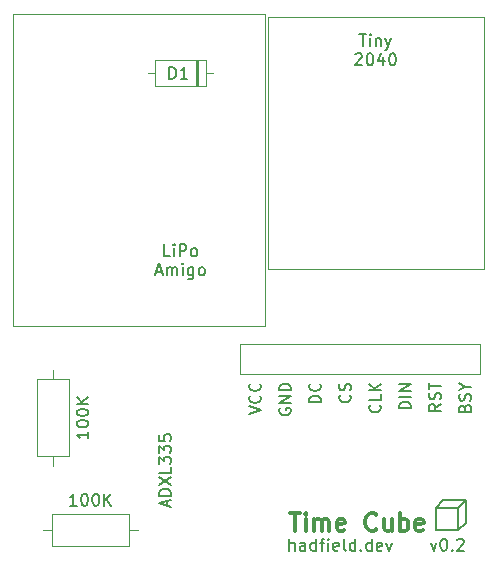
<source format=gbr>
%TF.GenerationSoftware,KiCad,Pcbnew,6.0.2+dfsg-1*%
%TF.CreationDate,2022-08-07T15:37:48+10:00*%
%TF.ProjectId,pcb,7063622e-6b69-4636-9164-5f7063625858,rev?*%
%TF.SameCoordinates,Original*%
%TF.FileFunction,Legend,Top*%
%TF.FilePolarity,Positive*%
%FSLAX46Y46*%
G04 Gerber Fmt 4.6, Leading zero omitted, Abs format (unit mm)*
G04 Created by KiCad (PCBNEW 6.0.2+dfsg-1) date 2022-08-07 15:37:48*
%MOMM*%
%LPD*%
G01*
G04 APERTURE LIST*
%ADD10C,0.200000*%
%ADD11C,0.150000*%
%ADD12C,0.300000*%
%ADD13C,0.120000*%
G04 APERTURE END LIST*
D10*
X138430000Y-113030000D02*
X137795000Y-113665000D01*
X138430000Y-111125000D02*
X138430000Y-113030000D01*
X137795000Y-111760000D02*
X138430000Y-111125000D01*
X136525000Y-111125000D02*
X138430000Y-111125000D01*
X135890000Y-111760000D02*
X136525000Y-111125000D01*
X135890000Y-113665000D02*
X137795000Y-113665000D01*
X137795000Y-113665000D02*
X137795000Y-111760000D01*
X137795000Y-111760000D02*
X135890000Y-111760000D01*
X135890000Y-111760000D02*
X135890000Y-113665000D01*
D11*
X122690000Y-103348214D02*
X122642380Y-103443452D01*
X122642380Y-103586309D01*
X122690000Y-103729166D01*
X122785238Y-103824404D01*
X122880476Y-103872023D01*
X123070952Y-103919642D01*
X123213809Y-103919642D01*
X123404285Y-103872023D01*
X123499523Y-103824404D01*
X123594761Y-103729166D01*
X123642380Y-103586309D01*
X123642380Y-103491071D01*
X123594761Y-103348214D01*
X123547142Y-103300595D01*
X123213809Y-103300595D01*
X123213809Y-103491071D01*
X123642380Y-102872023D02*
X122642380Y-102872023D01*
X123642380Y-102300595D01*
X122642380Y-102300595D01*
X123642380Y-101824404D02*
X122642380Y-101824404D01*
X122642380Y-101586309D01*
X122690000Y-101443452D01*
X122785238Y-101348214D01*
X122880476Y-101300595D01*
X123070952Y-101252976D01*
X123213809Y-101252976D01*
X123404285Y-101300595D01*
X123499523Y-101348214D01*
X123594761Y-101443452D01*
X123642380Y-101586309D01*
X123642380Y-101824404D01*
X131167142Y-103062500D02*
X131214761Y-103110119D01*
X131262380Y-103252976D01*
X131262380Y-103348214D01*
X131214761Y-103491071D01*
X131119523Y-103586309D01*
X131024285Y-103633928D01*
X130833809Y-103681547D01*
X130690952Y-103681547D01*
X130500476Y-103633928D01*
X130405238Y-103586309D01*
X130310000Y-103491071D01*
X130262380Y-103348214D01*
X130262380Y-103252976D01*
X130310000Y-103110119D01*
X130357619Y-103062500D01*
X131262380Y-102157738D02*
X131262380Y-102633928D01*
X130262380Y-102633928D01*
X131262380Y-101824404D02*
X130262380Y-101824404D01*
X131262380Y-101252976D02*
X130690952Y-101681547D01*
X130262380Y-101252976D02*
X130833809Y-101824404D01*
X113196666Y-111632619D02*
X113196666Y-111156428D01*
X113482380Y-111727857D02*
X112482380Y-111394523D01*
X113482380Y-111061190D01*
X113482380Y-110727857D02*
X112482380Y-110727857D01*
X112482380Y-110489761D01*
X112530000Y-110346904D01*
X112625238Y-110251666D01*
X112720476Y-110204047D01*
X112910952Y-110156428D01*
X113053809Y-110156428D01*
X113244285Y-110204047D01*
X113339523Y-110251666D01*
X113434761Y-110346904D01*
X113482380Y-110489761D01*
X113482380Y-110727857D01*
X112482380Y-109823095D02*
X113482380Y-109156428D01*
X112482380Y-109156428D02*
X113482380Y-109823095D01*
X113482380Y-108299285D02*
X113482380Y-108775476D01*
X112482380Y-108775476D01*
X112482380Y-108061190D02*
X112482380Y-107442142D01*
X112863333Y-107775476D01*
X112863333Y-107632619D01*
X112910952Y-107537380D01*
X112958571Y-107489761D01*
X113053809Y-107442142D01*
X113291904Y-107442142D01*
X113387142Y-107489761D01*
X113434761Y-107537380D01*
X113482380Y-107632619D01*
X113482380Y-107918333D01*
X113434761Y-108013571D01*
X113387142Y-108061190D01*
X112482380Y-107108809D02*
X112482380Y-106489761D01*
X112863333Y-106823095D01*
X112863333Y-106680238D01*
X112910952Y-106585000D01*
X112958571Y-106537380D01*
X113053809Y-106489761D01*
X113291904Y-106489761D01*
X113387142Y-106537380D01*
X113434761Y-106585000D01*
X113482380Y-106680238D01*
X113482380Y-106965952D01*
X113434761Y-107061190D01*
X113387142Y-107108809D01*
X112482380Y-105585000D02*
X112482380Y-106061190D01*
X112958571Y-106108809D01*
X112910952Y-106061190D01*
X112863333Y-105965952D01*
X112863333Y-105727857D01*
X112910952Y-105632619D01*
X112958571Y-105585000D01*
X113053809Y-105537380D01*
X113291904Y-105537380D01*
X113387142Y-105585000D01*
X113434761Y-105632619D01*
X113482380Y-105727857D01*
X113482380Y-105965952D01*
X113434761Y-106061190D01*
X113387142Y-106108809D01*
X129452857Y-71672380D02*
X130024285Y-71672380D01*
X129738571Y-72672380D02*
X129738571Y-71672380D01*
X130357619Y-72672380D02*
X130357619Y-72005714D01*
X130357619Y-71672380D02*
X130310000Y-71720000D01*
X130357619Y-71767619D01*
X130405238Y-71720000D01*
X130357619Y-71672380D01*
X130357619Y-71767619D01*
X130833809Y-72005714D02*
X130833809Y-72672380D01*
X130833809Y-72100952D02*
X130881428Y-72053333D01*
X130976666Y-72005714D01*
X131119523Y-72005714D01*
X131214761Y-72053333D01*
X131262380Y-72148571D01*
X131262380Y-72672380D01*
X131643333Y-72005714D02*
X131881428Y-72672380D01*
X132119523Y-72005714D02*
X131881428Y-72672380D01*
X131786190Y-72910476D01*
X131738571Y-72958095D01*
X131643333Y-73005714D01*
X129095714Y-73377619D02*
X129143333Y-73330000D01*
X129238571Y-73282380D01*
X129476666Y-73282380D01*
X129571904Y-73330000D01*
X129619523Y-73377619D01*
X129667142Y-73472857D01*
X129667142Y-73568095D01*
X129619523Y-73710952D01*
X129048095Y-74282380D01*
X129667142Y-74282380D01*
X130286190Y-73282380D02*
X130381428Y-73282380D01*
X130476666Y-73330000D01*
X130524285Y-73377619D01*
X130571904Y-73472857D01*
X130619523Y-73663333D01*
X130619523Y-73901428D01*
X130571904Y-74091904D01*
X130524285Y-74187142D01*
X130476666Y-74234761D01*
X130381428Y-74282380D01*
X130286190Y-74282380D01*
X130190952Y-74234761D01*
X130143333Y-74187142D01*
X130095714Y-74091904D01*
X130048095Y-73901428D01*
X130048095Y-73663333D01*
X130095714Y-73472857D01*
X130143333Y-73377619D01*
X130190952Y-73330000D01*
X130286190Y-73282380D01*
X131476666Y-73615714D02*
X131476666Y-74282380D01*
X131238571Y-73234761D02*
X131000476Y-73949047D01*
X131619523Y-73949047D01*
X132190952Y-73282380D02*
X132286190Y-73282380D01*
X132381428Y-73330000D01*
X132429047Y-73377619D01*
X132476666Y-73472857D01*
X132524285Y-73663333D01*
X132524285Y-73901428D01*
X132476666Y-74091904D01*
X132429047Y-74187142D01*
X132381428Y-74234761D01*
X132286190Y-74282380D01*
X132190952Y-74282380D01*
X132095714Y-74234761D01*
X132048095Y-74187142D01*
X132000476Y-74091904D01*
X131952857Y-73901428D01*
X131952857Y-73663333D01*
X132000476Y-73472857D01*
X132048095Y-73377619D01*
X132095714Y-73330000D01*
X132190952Y-73282380D01*
X135495357Y-114720714D02*
X135733452Y-115387380D01*
X135971547Y-114720714D01*
X136542976Y-114387380D02*
X136638214Y-114387380D01*
X136733452Y-114435000D01*
X136781071Y-114482619D01*
X136828690Y-114577857D01*
X136876309Y-114768333D01*
X136876309Y-115006428D01*
X136828690Y-115196904D01*
X136781071Y-115292142D01*
X136733452Y-115339761D01*
X136638214Y-115387380D01*
X136542976Y-115387380D01*
X136447738Y-115339761D01*
X136400119Y-115292142D01*
X136352500Y-115196904D01*
X136304880Y-115006428D01*
X136304880Y-114768333D01*
X136352500Y-114577857D01*
X136400119Y-114482619D01*
X136447738Y-114435000D01*
X136542976Y-114387380D01*
X137304880Y-115292142D02*
X137352500Y-115339761D01*
X137304880Y-115387380D01*
X137257261Y-115339761D01*
X137304880Y-115292142D01*
X137304880Y-115387380D01*
X137733452Y-114482619D02*
X137781071Y-114435000D01*
X137876309Y-114387380D01*
X138114404Y-114387380D01*
X138209642Y-114435000D01*
X138257261Y-114482619D01*
X138304880Y-114577857D01*
X138304880Y-114673095D01*
X138257261Y-114815952D01*
X137685833Y-115387380D01*
X138304880Y-115387380D01*
X138358571Y-103300595D02*
X138406190Y-103157738D01*
X138453809Y-103110119D01*
X138549047Y-103062500D01*
X138691904Y-103062500D01*
X138787142Y-103110119D01*
X138834761Y-103157738D01*
X138882380Y-103252976D01*
X138882380Y-103633928D01*
X137882380Y-103633928D01*
X137882380Y-103300595D01*
X137930000Y-103205357D01*
X137977619Y-103157738D01*
X138072857Y-103110119D01*
X138168095Y-103110119D01*
X138263333Y-103157738D01*
X138310952Y-103205357D01*
X138358571Y-103300595D01*
X138358571Y-103633928D01*
X138834761Y-102681547D02*
X138882380Y-102538690D01*
X138882380Y-102300595D01*
X138834761Y-102205357D01*
X138787142Y-102157738D01*
X138691904Y-102110119D01*
X138596666Y-102110119D01*
X138501428Y-102157738D01*
X138453809Y-102205357D01*
X138406190Y-102300595D01*
X138358571Y-102491071D01*
X138310952Y-102586309D01*
X138263333Y-102633928D01*
X138168095Y-102681547D01*
X138072857Y-102681547D01*
X137977619Y-102633928D01*
X137930000Y-102586309D01*
X137882380Y-102491071D01*
X137882380Y-102252976D01*
X137930000Y-102110119D01*
X138406190Y-101491071D02*
X138882380Y-101491071D01*
X137882380Y-101824404D02*
X138406190Y-101491071D01*
X137882380Y-101157738D01*
X128627142Y-102205357D02*
X128674761Y-102252976D01*
X128722380Y-102395833D01*
X128722380Y-102491071D01*
X128674761Y-102633928D01*
X128579523Y-102729166D01*
X128484285Y-102776785D01*
X128293809Y-102824404D01*
X128150952Y-102824404D01*
X127960476Y-102776785D01*
X127865238Y-102729166D01*
X127770000Y-102633928D01*
X127722380Y-102491071D01*
X127722380Y-102395833D01*
X127770000Y-102252976D01*
X127817619Y-102205357D01*
X128674761Y-101824404D02*
X128722380Y-101681547D01*
X128722380Y-101443452D01*
X128674761Y-101348214D01*
X128627142Y-101300595D01*
X128531904Y-101252976D01*
X128436666Y-101252976D01*
X128341428Y-101300595D01*
X128293809Y-101348214D01*
X128246190Y-101443452D01*
X128198571Y-101633928D01*
X128150952Y-101729166D01*
X128103333Y-101776785D01*
X128008095Y-101824404D01*
X127912857Y-101824404D01*
X127817619Y-101776785D01*
X127770000Y-101729166D01*
X127722380Y-101633928D01*
X127722380Y-101395833D01*
X127770000Y-101252976D01*
X123525595Y-115387380D02*
X123525595Y-114387380D01*
X123954166Y-115387380D02*
X123954166Y-114863571D01*
X123906547Y-114768333D01*
X123811309Y-114720714D01*
X123668452Y-114720714D01*
X123573214Y-114768333D01*
X123525595Y-114815952D01*
X124858928Y-115387380D02*
X124858928Y-114863571D01*
X124811309Y-114768333D01*
X124716071Y-114720714D01*
X124525595Y-114720714D01*
X124430357Y-114768333D01*
X124858928Y-115339761D02*
X124763690Y-115387380D01*
X124525595Y-115387380D01*
X124430357Y-115339761D01*
X124382738Y-115244523D01*
X124382738Y-115149285D01*
X124430357Y-115054047D01*
X124525595Y-115006428D01*
X124763690Y-115006428D01*
X124858928Y-114958809D01*
X125763690Y-115387380D02*
X125763690Y-114387380D01*
X125763690Y-115339761D02*
X125668452Y-115387380D01*
X125477976Y-115387380D01*
X125382738Y-115339761D01*
X125335119Y-115292142D01*
X125287500Y-115196904D01*
X125287500Y-114911190D01*
X125335119Y-114815952D01*
X125382738Y-114768333D01*
X125477976Y-114720714D01*
X125668452Y-114720714D01*
X125763690Y-114768333D01*
X126097023Y-114720714D02*
X126477976Y-114720714D01*
X126239880Y-115387380D02*
X126239880Y-114530238D01*
X126287500Y-114435000D01*
X126382738Y-114387380D01*
X126477976Y-114387380D01*
X126811309Y-115387380D02*
X126811309Y-114720714D01*
X126811309Y-114387380D02*
X126763690Y-114435000D01*
X126811309Y-114482619D01*
X126858928Y-114435000D01*
X126811309Y-114387380D01*
X126811309Y-114482619D01*
X127668452Y-115339761D02*
X127573214Y-115387380D01*
X127382738Y-115387380D01*
X127287500Y-115339761D01*
X127239880Y-115244523D01*
X127239880Y-114863571D01*
X127287500Y-114768333D01*
X127382738Y-114720714D01*
X127573214Y-114720714D01*
X127668452Y-114768333D01*
X127716071Y-114863571D01*
X127716071Y-114958809D01*
X127239880Y-115054047D01*
X128287500Y-115387380D02*
X128192261Y-115339761D01*
X128144642Y-115244523D01*
X128144642Y-114387380D01*
X129097023Y-115387380D02*
X129097023Y-114387380D01*
X129097023Y-115339761D02*
X129001785Y-115387380D01*
X128811309Y-115387380D01*
X128716071Y-115339761D01*
X128668452Y-115292142D01*
X128620833Y-115196904D01*
X128620833Y-114911190D01*
X128668452Y-114815952D01*
X128716071Y-114768333D01*
X128811309Y-114720714D01*
X129001785Y-114720714D01*
X129097023Y-114768333D01*
X129573214Y-115292142D02*
X129620833Y-115339761D01*
X129573214Y-115387380D01*
X129525595Y-115339761D01*
X129573214Y-115292142D01*
X129573214Y-115387380D01*
X130477976Y-115387380D02*
X130477976Y-114387380D01*
X130477976Y-115339761D02*
X130382738Y-115387380D01*
X130192261Y-115387380D01*
X130097023Y-115339761D01*
X130049404Y-115292142D01*
X130001785Y-115196904D01*
X130001785Y-114911190D01*
X130049404Y-114815952D01*
X130097023Y-114768333D01*
X130192261Y-114720714D01*
X130382738Y-114720714D01*
X130477976Y-114768333D01*
X131335119Y-115339761D02*
X131239880Y-115387380D01*
X131049404Y-115387380D01*
X130954166Y-115339761D01*
X130906547Y-115244523D01*
X130906547Y-114863571D01*
X130954166Y-114768333D01*
X131049404Y-114720714D01*
X131239880Y-114720714D01*
X131335119Y-114768333D01*
X131382738Y-114863571D01*
X131382738Y-114958809D01*
X130906547Y-115054047D01*
X131716071Y-114720714D02*
X131954166Y-115387380D01*
X132192261Y-114720714D01*
X126182380Y-102824404D02*
X125182380Y-102824404D01*
X125182380Y-102586309D01*
X125230000Y-102443452D01*
X125325238Y-102348214D01*
X125420476Y-102300595D01*
X125610952Y-102252976D01*
X125753809Y-102252976D01*
X125944285Y-102300595D01*
X126039523Y-102348214D01*
X126134761Y-102443452D01*
X126182380Y-102586309D01*
X126182380Y-102824404D01*
X126087142Y-101252976D02*
X126134761Y-101300595D01*
X126182380Y-101443452D01*
X126182380Y-101538690D01*
X126134761Y-101681547D01*
X126039523Y-101776785D01*
X125944285Y-101824404D01*
X125753809Y-101872023D01*
X125610952Y-101872023D01*
X125420476Y-101824404D01*
X125325238Y-101776785D01*
X125230000Y-101681547D01*
X125182380Y-101538690D01*
X125182380Y-101443452D01*
X125230000Y-101300595D01*
X125277619Y-101252976D01*
X113419047Y-90452380D02*
X112942857Y-90452380D01*
X112942857Y-89452380D01*
X113752380Y-90452380D02*
X113752380Y-89785714D01*
X113752380Y-89452380D02*
X113704761Y-89500000D01*
X113752380Y-89547619D01*
X113800000Y-89500000D01*
X113752380Y-89452380D01*
X113752380Y-89547619D01*
X114228571Y-90452380D02*
X114228571Y-89452380D01*
X114609523Y-89452380D01*
X114704761Y-89500000D01*
X114752380Y-89547619D01*
X114800000Y-89642857D01*
X114800000Y-89785714D01*
X114752380Y-89880952D01*
X114704761Y-89928571D01*
X114609523Y-89976190D01*
X114228571Y-89976190D01*
X115371428Y-90452380D02*
X115276190Y-90404761D01*
X115228571Y-90357142D01*
X115180952Y-90261904D01*
X115180952Y-89976190D01*
X115228571Y-89880952D01*
X115276190Y-89833333D01*
X115371428Y-89785714D01*
X115514285Y-89785714D01*
X115609523Y-89833333D01*
X115657142Y-89880952D01*
X115704761Y-89976190D01*
X115704761Y-90261904D01*
X115657142Y-90357142D01*
X115609523Y-90404761D01*
X115514285Y-90452380D01*
X115371428Y-90452380D01*
X112252380Y-91776666D02*
X112728571Y-91776666D01*
X112157142Y-92062380D02*
X112490476Y-91062380D01*
X112823809Y-92062380D01*
X113157142Y-92062380D02*
X113157142Y-91395714D01*
X113157142Y-91490952D02*
X113204761Y-91443333D01*
X113300000Y-91395714D01*
X113442857Y-91395714D01*
X113538095Y-91443333D01*
X113585714Y-91538571D01*
X113585714Y-92062380D01*
X113585714Y-91538571D02*
X113633333Y-91443333D01*
X113728571Y-91395714D01*
X113871428Y-91395714D01*
X113966666Y-91443333D01*
X114014285Y-91538571D01*
X114014285Y-92062380D01*
X114490476Y-92062380D02*
X114490476Y-91395714D01*
X114490476Y-91062380D02*
X114442857Y-91110000D01*
X114490476Y-91157619D01*
X114538095Y-91110000D01*
X114490476Y-91062380D01*
X114490476Y-91157619D01*
X115395238Y-91395714D02*
X115395238Y-92205238D01*
X115347619Y-92300476D01*
X115300000Y-92348095D01*
X115204761Y-92395714D01*
X115061904Y-92395714D01*
X114966666Y-92348095D01*
X115395238Y-92014761D02*
X115300000Y-92062380D01*
X115109523Y-92062380D01*
X115014285Y-92014761D01*
X114966666Y-91967142D01*
X114919047Y-91871904D01*
X114919047Y-91586190D01*
X114966666Y-91490952D01*
X115014285Y-91443333D01*
X115109523Y-91395714D01*
X115300000Y-91395714D01*
X115395238Y-91443333D01*
X116014285Y-92062380D02*
X115919047Y-92014761D01*
X115871428Y-91967142D01*
X115823809Y-91871904D01*
X115823809Y-91586190D01*
X115871428Y-91490952D01*
X115919047Y-91443333D01*
X116014285Y-91395714D01*
X116157142Y-91395714D01*
X116252380Y-91443333D01*
X116300000Y-91490952D01*
X116347619Y-91586190D01*
X116347619Y-91871904D01*
X116300000Y-91967142D01*
X116252380Y-92014761D01*
X116157142Y-92062380D01*
X116014285Y-92062380D01*
X120102380Y-103824404D02*
X121102380Y-103491071D01*
X120102380Y-103157738D01*
X121007142Y-102252976D02*
X121054761Y-102300595D01*
X121102380Y-102443452D01*
X121102380Y-102538690D01*
X121054761Y-102681547D01*
X120959523Y-102776785D01*
X120864285Y-102824404D01*
X120673809Y-102872023D01*
X120530952Y-102872023D01*
X120340476Y-102824404D01*
X120245238Y-102776785D01*
X120150000Y-102681547D01*
X120102380Y-102538690D01*
X120102380Y-102443452D01*
X120150000Y-102300595D01*
X120197619Y-102252976D01*
X121007142Y-101252976D02*
X121054761Y-101300595D01*
X121102380Y-101443452D01*
X121102380Y-101538690D01*
X121054761Y-101681547D01*
X120959523Y-101776785D01*
X120864285Y-101824404D01*
X120673809Y-101872023D01*
X120530952Y-101872023D01*
X120340476Y-101824404D01*
X120245238Y-101776785D01*
X120150000Y-101681547D01*
X120102380Y-101538690D01*
X120102380Y-101443452D01*
X120150000Y-101300595D01*
X120197619Y-101252976D01*
X136342380Y-102967261D02*
X135866190Y-103300595D01*
X136342380Y-103538690D02*
X135342380Y-103538690D01*
X135342380Y-103157738D01*
X135390000Y-103062500D01*
X135437619Y-103014880D01*
X135532857Y-102967261D01*
X135675714Y-102967261D01*
X135770952Y-103014880D01*
X135818571Y-103062500D01*
X135866190Y-103157738D01*
X135866190Y-103538690D01*
X136294761Y-102586309D02*
X136342380Y-102443452D01*
X136342380Y-102205357D01*
X136294761Y-102110119D01*
X136247142Y-102062500D01*
X136151904Y-102014880D01*
X136056666Y-102014880D01*
X135961428Y-102062500D01*
X135913809Y-102110119D01*
X135866190Y-102205357D01*
X135818571Y-102395833D01*
X135770952Y-102491071D01*
X135723333Y-102538690D01*
X135628095Y-102586309D01*
X135532857Y-102586309D01*
X135437619Y-102538690D01*
X135390000Y-102491071D01*
X135342380Y-102395833D01*
X135342380Y-102157738D01*
X135390000Y-102014880D01*
X135342380Y-101729166D02*
X135342380Y-101157738D01*
X136342380Y-101443452D02*
X135342380Y-101443452D01*
X133802380Y-103348214D02*
X132802380Y-103348214D01*
X132802380Y-103110119D01*
X132850000Y-102967261D01*
X132945238Y-102872023D01*
X133040476Y-102824404D01*
X133230952Y-102776785D01*
X133373809Y-102776785D01*
X133564285Y-102824404D01*
X133659523Y-102872023D01*
X133754761Y-102967261D01*
X133802380Y-103110119D01*
X133802380Y-103348214D01*
X133802380Y-102348214D02*
X132802380Y-102348214D01*
X133802380Y-101872023D02*
X132802380Y-101872023D01*
X133802380Y-101300595D01*
X132802380Y-101300595D01*
D12*
X123527857Y-112208571D02*
X124385000Y-112208571D01*
X123956428Y-113708571D02*
X123956428Y-112208571D01*
X124885000Y-113708571D02*
X124885000Y-112708571D01*
X124885000Y-112208571D02*
X124813571Y-112280000D01*
X124885000Y-112351428D01*
X124956428Y-112280000D01*
X124885000Y-112208571D01*
X124885000Y-112351428D01*
X125599285Y-113708571D02*
X125599285Y-112708571D01*
X125599285Y-112851428D02*
X125670714Y-112780000D01*
X125813571Y-112708571D01*
X126027857Y-112708571D01*
X126170714Y-112780000D01*
X126242142Y-112922857D01*
X126242142Y-113708571D01*
X126242142Y-112922857D02*
X126313571Y-112780000D01*
X126456428Y-112708571D01*
X126670714Y-112708571D01*
X126813571Y-112780000D01*
X126885000Y-112922857D01*
X126885000Y-113708571D01*
X128170714Y-113637142D02*
X128027857Y-113708571D01*
X127742142Y-113708571D01*
X127599285Y-113637142D01*
X127527857Y-113494285D01*
X127527857Y-112922857D01*
X127599285Y-112780000D01*
X127742142Y-112708571D01*
X128027857Y-112708571D01*
X128170714Y-112780000D01*
X128242142Y-112922857D01*
X128242142Y-113065714D01*
X127527857Y-113208571D01*
X130885000Y-113565714D02*
X130813571Y-113637142D01*
X130599285Y-113708571D01*
X130456428Y-113708571D01*
X130242142Y-113637142D01*
X130099285Y-113494285D01*
X130027857Y-113351428D01*
X129956428Y-113065714D01*
X129956428Y-112851428D01*
X130027857Y-112565714D01*
X130099285Y-112422857D01*
X130242142Y-112280000D01*
X130456428Y-112208571D01*
X130599285Y-112208571D01*
X130813571Y-112280000D01*
X130885000Y-112351428D01*
X132170714Y-112708571D02*
X132170714Y-113708571D01*
X131527857Y-112708571D02*
X131527857Y-113494285D01*
X131599285Y-113637142D01*
X131742142Y-113708571D01*
X131956428Y-113708571D01*
X132099285Y-113637142D01*
X132170714Y-113565714D01*
X132885000Y-113708571D02*
X132885000Y-112208571D01*
X132885000Y-112780000D02*
X133027857Y-112708571D01*
X133313571Y-112708571D01*
X133456428Y-112780000D01*
X133527857Y-112851428D01*
X133599285Y-112994285D01*
X133599285Y-113422857D01*
X133527857Y-113565714D01*
X133456428Y-113637142D01*
X133313571Y-113708571D01*
X133027857Y-113708571D01*
X132885000Y-113637142D01*
X134813571Y-113637142D02*
X134670714Y-113708571D01*
X134385000Y-113708571D01*
X134242142Y-113637142D01*
X134170714Y-113494285D01*
X134170714Y-112922857D01*
X134242142Y-112780000D01*
X134385000Y-112708571D01*
X134670714Y-112708571D01*
X134813571Y-112780000D01*
X134885000Y-112922857D01*
X134885000Y-113065714D01*
X134170714Y-113208571D01*
D11*
%TO.C,R1*%
X106497380Y-105306666D02*
X106497380Y-105878095D01*
X106497380Y-105592380D02*
X105497380Y-105592380D01*
X105640238Y-105687619D01*
X105735476Y-105782857D01*
X105783095Y-105878095D01*
X105497380Y-104687619D02*
X105497380Y-104592380D01*
X105545000Y-104497142D01*
X105592619Y-104449523D01*
X105687857Y-104401904D01*
X105878333Y-104354285D01*
X106116428Y-104354285D01*
X106306904Y-104401904D01*
X106402142Y-104449523D01*
X106449761Y-104497142D01*
X106497380Y-104592380D01*
X106497380Y-104687619D01*
X106449761Y-104782857D01*
X106402142Y-104830476D01*
X106306904Y-104878095D01*
X106116428Y-104925714D01*
X105878333Y-104925714D01*
X105687857Y-104878095D01*
X105592619Y-104830476D01*
X105545000Y-104782857D01*
X105497380Y-104687619D01*
X105497380Y-103735238D02*
X105497380Y-103640000D01*
X105545000Y-103544761D01*
X105592619Y-103497142D01*
X105687857Y-103449523D01*
X105878333Y-103401904D01*
X106116428Y-103401904D01*
X106306904Y-103449523D01*
X106402142Y-103497142D01*
X106449761Y-103544761D01*
X106497380Y-103640000D01*
X106497380Y-103735238D01*
X106449761Y-103830476D01*
X106402142Y-103878095D01*
X106306904Y-103925714D01*
X106116428Y-103973333D01*
X105878333Y-103973333D01*
X105687857Y-103925714D01*
X105592619Y-103878095D01*
X105545000Y-103830476D01*
X105497380Y-103735238D01*
X106497380Y-102973333D02*
X105497380Y-102973333D01*
X106497380Y-102401904D02*
X105925952Y-102830476D01*
X105497380Y-102401904D02*
X106068809Y-102973333D01*
%TO.C,D1*%
X113356904Y-75442380D02*
X113356904Y-74442380D01*
X113595000Y-74442380D01*
X113737857Y-74490000D01*
X113833095Y-74585238D01*
X113880714Y-74680476D01*
X113928333Y-74870952D01*
X113928333Y-75013809D01*
X113880714Y-75204285D01*
X113833095Y-75299523D01*
X113737857Y-75394761D01*
X113595000Y-75442380D01*
X113356904Y-75442380D01*
X114880714Y-75442380D02*
X114309285Y-75442380D01*
X114595000Y-75442380D02*
X114595000Y-74442380D01*
X114499761Y-74585238D01*
X114404523Y-74680476D01*
X114309285Y-74728095D01*
%TO.C,R2*%
X105513333Y-111577380D02*
X104941904Y-111577380D01*
X105227619Y-111577380D02*
X105227619Y-110577380D01*
X105132380Y-110720238D01*
X105037142Y-110815476D01*
X104941904Y-110863095D01*
X106132380Y-110577380D02*
X106227619Y-110577380D01*
X106322857Y-110625000D01*
X106370476Y-110672619D01*
X106418095Y-110767857D01*
X106465714Y-110958333D01*
X106465714Y-111196428D01*
X106418095Y-111386904D01*
X106370476Y-111482142D01*
X106322857Y-111529761D01*
X106227619Y-111577380D01*
X106132380Y-111577380D01*
X106037142Y-111529761D01*
X105989523Y-111482142D01*
X105941904Y-111386904D01*
X105894285Y-111196428D01*
X105894285Y-110958333D01*
X105941904Y-110767857D01*
X105989523Y-110672619D01*
X106037142Y-110625000D01*
X106132380Y-110577380D01*
X107084761Y-110577380D02*
X107180000Y-110577380D01*
X107275238Y-110625000D01*
X107322857Y-110672619D01*
X107370476Y-110767857D01*
X107418095Y-110958333D01*
X107418095Y-111196428D01*
X107370476Y-111386904D01*
X107322857Y-111482142D01*
X107275238Y-111529761D01*
X107180000Y-111577380D01*
X107084761Y-111577380D01*
X106989523Y-111529761D01*
X106941904Y-111482142D01*
X106894285Y-111386904D01*
X106846666Y-111196428D01*
X106846666Y-110958333D01*
X106894285Y-110767857D01*
X106941904Y-110672619D01*
X106989523Y-110625000D01*
X107084761Y-110577380D01*
X107846666Y-111577380D02*
X107846666Y-110577380D01*
X108418095Y-111577380D02*
X107989523Y-111005952D01*
X108418095Y-110577380D02*
X107846666Y-111148809D01*
D13*
%TO.C,U5*%
X119320000Y-100425000D02*
X139640000Y-100425000D01*
X139640000Y-100425000D02*
X139640000Y-97885000D01*
X139640000Y-97885000D02*
X119320000Y-97885000D01*
X119320000Y-97885000D02*
X119320000Y-100425000D01*
%TO.C,U3*%
X121666000Y-70231000D02*
X139954000Y-70231000D01*
X139954000Y-70231000D02*
X139954000Y-91567000D01*
X139954000Y-91567000D02*
X121666000Y-91567000D01*
X121666000Y-91567000D02*
X121666000Y-70231000D01*
%TO.C,R1*%
X102135000Y-100870000D02*
X102135000Y-107410000D01*
X104875000Y-107410000D02*
X104875000Y-100870000D01*
X103505000Y-108180000D02*
X103505000Y-107410000D01*
X104875000Y-100870000D02*
X102135000Y-100870000D01*
X103505000Y-100100000D02*
X103505000Y-100870000D01*
X102135000Y-107410000D02*
X104875000Y-107410000D01*
%TO.C,D1*%
X115700000Y-76050000D02*
X115700000Y-73810000D01*
X112180000Y-76050000D02*
X116420000Y-76050000D01*
X116420000Y-76050000D02*
X116420000Y-73810000D01*
X112180000Y-73810000D02*
X112180000Y-76050000D01*
X115580000Y-76050000D02*
X115580000Y-73810000D01*
X116420000Y-73810000D02*
X112180000Y-73810000D01*
X115820000Y-76050000D02*
X115820000Y-73810000D01*
X117070000Y-74930000D02*
X116420000Y-74930000D01*
X111530000Y-74930000D02*
X112180000Y-74930000D01*
%TO.C,U1*%
X100076000Y-69977000D02*
X121412000Y-69977000D01*
X121412000Y-69977000D02*
X121412000Y-96393000D01*
X121412000Y-96393000D02*
X100076000Y-96393000D01*
X100076000Y-96393000D02*
X100076000Y-69977000D01*
%TO.C,R2*%
X103410000Y-115035000D02*
X109950000Y-115035000D01*
X102640000Y-113665000D02*
X103410000Y-113665000D01*
X109950000Y-112295000D02*
X103410000Y-112295000D01*
X110720000Y-113665000D02*
X109950000Y-113665000D01*
X103410000Y-112295000D02*
X103410000Y-115035000D01*
X109950000Y-115035000D02*
X109950000Y-112295000D01*
%TD*%
M02*

</source>
